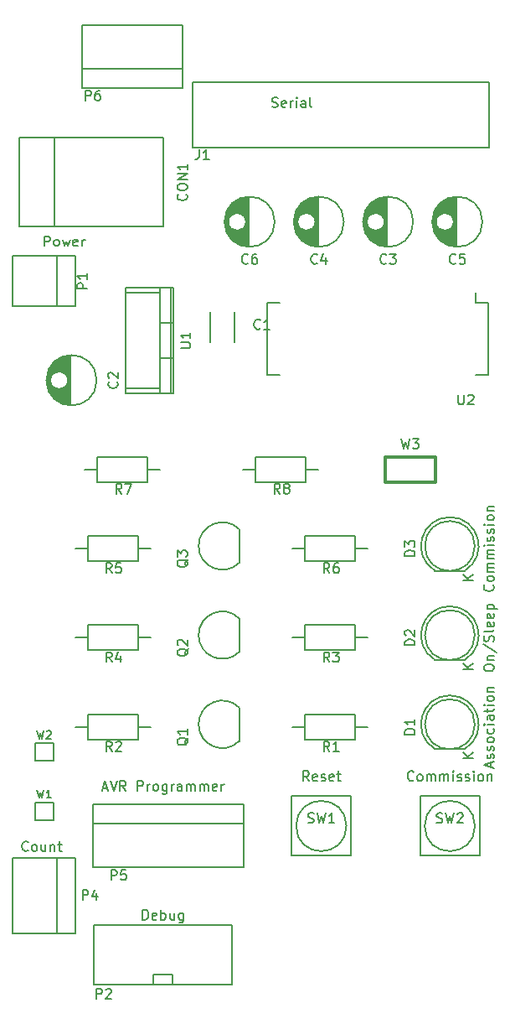
<source format=gbr>
G04 #@! TF.FileFunction,Legend,Top*
%FSLAX46Y46*%
G04 Gerber Fmt 4.6, Leading zero omitted, Abs format (unit mm)*
G04 Created by KiCad (PCBNEW 4.1.0-alpha+201606170817+6938~45~ubuntu14.04.1-product) date Sat Jun 18 18:20:26 2016*
%MOMM*%
%LPD*%
G01*
G04 APERTURE LIST*
%ADD10C,0.100000*%
%ADD11C,0.200000*%
%ADD12C,0.150000*%
%ADD13C,0.304800*%
G04 APERTURE END LIST*
D10*
D11*
X198166666Y-125047619D02*
X198166666Y-124571428D01*
X198452380Y-125142857D02*
X197452380Y-124809523D01*
X198452380Y-124476190D01*
X198404761Y-124190476D02*
X198452380Y-124095238D01*
X198452380Y-123904761D01*
X198404761Y-123809523D01*
X198309523Y-123761904D01*
X198261904Y-123761904D01*
X198166666Y-123809523D01*
X198119047Y-123904761D01*
X198119047Y-124047619D01*
X198071428Y-124142857D01*
X197976190Y-124190476D01*
X197928571Y-124190476D01*
X197833333Y-124142857D01*
X197785714Y-124047619D01*
X197785714Y-123904761D01*
X197833333Y-123809523D01*
X198404761Y-123380952D02*
X198452380Y-123285714D01*
X198452380Y-123095238D01*
X198404761Y-123000000D01*
X198309523Y-122952380D01*
X198261904Y-122952380D01*
X198166666Y-123000000D01*
X198119047Y-123095238D01*
X198119047Y-123238095D01*
X198071428Y-123333333D01*
X197976190Y-123380952D01*
X197928571Y-123380952D01*
X197833333Y-123333333D01*
X197785714Y-123238095D01*
X197785714Y-123095238D01*
X197833333Y-123000000D01*
X198452380Y-122380952D02*
X198404761Y-122476190D01*
X198357142Y-122523809D01*
X198261904Y-122571428D01*
X197976190Y-122571428D01*
X197880952Y-122523809D01*
X197833333Y-122476190D01*
X197785714Y-122380952D01*
X197785714Y-122238095D01*
X197833333Y-122142857D01*
X197880952Y-122095238D01*
X197976190Y-122047619D01*
X198261904Y-122047619D01*
X198357142Y-122095238D01*
X198404761Y-122142857D01*
X198452380Y-122238095D01*
X198452380Y-122380952D01*
X198404761Y-121190476D02*
X198452380Y-121285714D01*
X198452380Y-121476190D01*
X198404761Y-121571428D01*
X198357142Y-121619047D01*
X198261904Y-121666666D01*
X197976190Y-121666666D01*
X197880952Y-121619047D01*
X197833333Y-121571428D01*
X197785714Y-121476190D01*
X197785714Y-121285714D01*
X197833333Y-121190476D01*
X198452380Y-120761904D02*
X197785714Y-120761904D01*
X197452380Y-120761904D02*
X197500000Y-120809523D01*
X197547619Y-120761904D01*
X197500000Y-120714285D01*
X197452380Y-120761904D01*
X197547619Y-120761904D01*
X198452380Y-119857142D02*
X197928571Y-119857142D01*
X197833333Y-119904761D01*
X197785714Y-120000000D01*
X197785714Y-120190476D01*
X197833333Y-120285714D01*
X198404761Y-119857142D02*
X198452380Y-119952380D01*
X198452380Y-120190476D01*
X198404761Y-120285714D01*
X198309523Y-120333333D01*
X198214285Y-120333333D01*
X198119047Y-120285714D01*
X198071428Y-120190476D01*
X198071428Y-119952380D01*
X198023809Y-119857142D01*
X197785714Y-119523809D02*
X197785714Y-119142857D01*
X197452380Y-119380952D02*
X198309523Y-119380952D01*
X198404761Y-119333333D01*
X198452380Y-119238095D01*
X198452380Y-119142857D01*
X198452380Y-118809523D02*
X197785714Y-118809523D01*
X197452380Y-118809523D02*
X197500000Y-118857142D01*
X197547619Y-118809523D01*
X197500000Y-118761904D01*
X197452380Y-118809523D01*
X197547619Y-118809523D01*
X198452380Y-118190476D02*
X198404761Y-118285714D01*
X198357142Y-118333333D01*
X198261904Y-118380952D01*
X197976190Y-118380952D01*
X197880952Y-118333333D01*
X197833333Y-118285714D01*
X197785714Y-118190476D01*
X197785714Y-118047619D01*
X197833333Y-117952380D01*
X197880952Y-117904761D01*
X197976190Y-117857142D01*
X198261904Y-117857142D01*
X198357142Y-117904761D01*
X198404761Y-117952380D01*
X198452380Y-118047619D01*
X198452380Y-118190476D01*
X197785714Y-117428571D02*
X198452380Y-117428571D01*
X197880952Y-117428571D02*
X197833333Y-117380952D01*
X197785714Y-117285714D01*
X197785714Y-117142857D01*
X197833333Y-117047619D01*
X197928571Y-117000000D01*
X198452380Y-117000000D01*
X197452380Y-115119047D02*
X197452380Y-114928571D01*
X197500000Y-114833333D01*
X197595238Y-114738095D01*
X197785714Y-114690476D01*
X198119047Y-114690476D01*
X198309523Y-114738095D01*
X198404761Y-114833333D01*
X198452380Y-114928571D01*
X198452380Y-115119047D01*
X198404761Y-115214285D01*
X198309523Y-115309523D01*
X198119047Y-115357142D01*
X197785714Y-115357142D01*
X197595238Y-115309523D01*
X197500000Y-115214285D01*
X197452380Y-115119047D01*
X197785714Y-114261904D02*
X198452380Y-114261904D01*
X197880952Y-114261904D02*
X197833333Y-114214285D01*
X197785714Y-114119047D01*
X197785714Y-113976190D01*
X197833333Y-113880952D01*
X197928571Y-113833333D01*
X198452380Y-113833333D01*
X197404761Y-112642857D02*
X198690476Y-113500000D01*
X198404761Y-112357142D02*
X198452380Y-112214285D01*
X198452380Y-111976190D01*
X198404761Y-111880952D01*
X198357142Y-111833333D01*
X198261904Y-111785714D01*
X198166666Y-111785714D01*
X198071428Y-111833333D01*
X198023809Y-111880952D01*
X197976190Y-111976190D01*
X197928571Y-112166666D01*
X197880952Y-112261904D01*
X197833333Y-112309523D01*
X197738095Y-112357142D01*
X197642857Y-112357142D01*
X197547619Y-112309523D01*
X197500000Y-112261904D01*
X197452380Y-112166666D01*
X197452380Y-111928571D01*
X197500000Y-111785714D01*
X198452380Y-111214285D02*
X198404761Y-111309523D01*
X198309523Y-111357142D01*
X197452380Y-111357142D01*
X198404761Y-110452380D02*
X198452380Y-110547619D01*
X198452380Y-110738095D01*
X198404761Y-110833333D01*
X198309523Y-110880952D01*
X197928571Y-110880952D01*
X197833333Y-110833333D01*
X197785714Y-110738095D01*
X197785714Y-110547619D01*
X197833333Y-110452380D01*
X197928571Y-110404761D01*
X198023809Y-110404761D01*
X198119047Y-110880952D01*
X198404761Y-109595238D02*
X198452380Y-109690476D01*
X198452380Y-109880952D01*
X198404761Y-109976190D01*
X198309523Y-110023809D01*
X197928571Y-110023809D01*
X197833333Y-109976190D01*
X197785714Y-109880952D01*
X197785714Y-109690476D01*
X197833333Y-109595238D01*
X197928571Y-109547619D01*
X198023809Y-109547619D01*
X198119047Y-110023809D01*
X197785714Y-109119047D02*
X198785714Y-109119047D01*
X197833333Y-109119047D02*
X197785714Y-109023809D01*
X197785714Y-108833333D01*
X197833333Y-108738095D01*
X197880952Y-108690476D01*
X197976190Y-108642857D01*
X198261904Y-108642857D01*
X198357142Y-108690476D01*
X198404761Y-108738095D01*
X198452380Y-108833333D01*
X198452380Y-109023809D01*
X198404761Y-109119047D01*
X198357142Y-106666666D02*
X198404761Y-106714285D01*
X198452380Y-106857142D01*
X198452380Y-106952380D01*
X198404761Y-107095238D01*
X198309523Y-107190476D01*
X198214285Y-107238095D01*
X198023809Y-107285714D01*
X197880952Y-107285714D01*
X197690476Y-107238095D01*
X197595238Y-107190476D01*
X197500000Y-107095238D01*
X197452380Y-106952380D01*
X197452380Y-106857142D01*
X197500000Y-106714285D01*
X197547619Y-106666666D01*
X198452380Y-106095238D02*
X198404761Y-106190476D01*
X198357142Y-106238095D01*
X198261904Y-106285714D01*
X197976190Y-106285714D01*
X197880952Y-106238095D01*
X197833333Y-106190476D01*
X197785714Y-106095238D01*
X197785714Y-105952380D01*
X197833333Y-105857142D01*
X197880952Y-105809523D01*
X197976190Y-105761904D01*
X198261904Y-105761904D01*
X198357142Y-105809523D01*
X198404761Y-105857142D01*
X198452380Y-105952380D01*
X198452380Y-106095238D01*
X198452380Y-105333333D02*
X197785714Y-105333333D01*
X197880952Y-105333333D02*
X197833333Y-105285714D01*
X197785714Y-105190476D01*
X197785714Y-105047619D01*
X197833333Y-104952380D01*
X197928571Y-104904761D01*
X198452380Y-104904761D01*
X197928571Y-104904761D02*
X197833333Y-104857142D01*
X197785714Y-104761904D01*
X197785714Y-104619047D01*
X197833333Y-104523809D01*
X197928571Y-104476190D01*
X198452380Y-104476190D01*
X198452380Y-104000000D02*
X197785714Y-104000000D01*
X197880952Y-104000000D02*
X197833333Y-103952380D01*
X197785714Y-103857142D01*
X197785714Y-103714285D01*
X197833333Y-103619047D01*
X197928571Y-103571428D01*
X198452380Y-103571428D01*
X197928571Y-103571428D02*
X197833333Y-103523809D01*
X197785714Y-103428571D01*
X197785714Y-103285714D01*
X197833333Y-103190476D01*
X197928571Y-103142857D01*
X198452380Y-103142857D01*
X198452380Y-102666666D02*
X197785714Y-102666666D01*
X197452380Y-102666666D02*
X197500000Y-102714285D01*
X197547619Y-102666666D01*
X197500000Y-102619047D01*
X197452380Y-102666666D01*
X197547619Y-102666666D01*
X198404761Y-102238095D02*
X198452380Y-102142857D01*
X198452380Y-101952380D01*
X198404761Y-101857142D01*
X198309523Y-101809523D01*
X198261904Y-101809523D01*
X198166666Y-101857142D01*
X198119047Y-101952380D01*
X198119047Y-102095238D01*
X198071428Y-102190476D01*
X197976190Y-102238095D01*
X197928571Y-102238095D01*
X197833333Y-102190476D01*
X197785714Y-102095238D01*
X197785714Y-101952380D01*
X197833333Y-101857142D01*
X198404761Y-101428571D02*
X198452380Y-101333333D01*
X198452380Y-101142857D01*
X198404761Y-101047619D01*
X198309523Y-101000000D01*
X198261904Y-101000000D01*
X198166666Y-101047619D01*
X198119047Y-101142857D01*
X198119047Y-101285714D01*
X198071428Y-101380952D01*
X197976190Y-101428571D01*
X197928571Y-101428571D01*
X197833333Y-101380952D01*
X197785714Y-101285714D01*
X197785714Y-101142857D01*
X197833333Y-101047619D01*
X198452380Y-100571428D02*
X197785714Y-100571428D01*
X197452380Y-100571428D02*
X197500000Y-100619047D01*
X197547619Y-100571428D01*
X197500000Y-100523809D01*
X197452380Y-100571428D01*
X197547619Y-100571428D01*
X198452380Y-99952380D02*
X198404761Y-100047619D01*
X198357142Y-100095238D01*
X198261904Y-100142857D01*
X197976190Y-100142857D01*
X197880952Y-100095238D01*
X197833333Y-100047619D01*
X197785714Y-99952380D01*
X197785714Y-99809523D01*
X197833333Y-99714285D01*
X197880952Y-99666666D01*
X197976190Y-99619047D01*
X198261904Y-99619047D01*
X198357142Y-99666666D01*
X198404761Y-99714285D01*
X198452380Y-99809523D01*
X198452380Y-99952380D01*
X197785714Y-99190476D02*
X198452380Y-99190476D01*
X197880952Y-99190476D02*
X197833333Y-99142857D01*
X197785714Y-99047619D01*
X197785714Y-98904761D01*
X197833333Y-98809523D01*
X197928571Y-98761904D01*
X198452380Y-98761904D01*
X151366666Y-133457142D02*
X151319047Y-133504761D01*
X151176190Y-133552380D01*
X151080952Y-133552380D01*
X150938095Y-133504761D01*
X150842857Y-133409523D01*
X150795238Y-133314285D01*
X150747619Y-133123809D01*
X150747619Y-132980952D01*
X150795238Y-132790476D01*
X150842857Y-132695238D01*
X150938095Y-132600000D01*
X151080952Y-132552380D01*
X151176190Y-132552380D01*
X151319047Y-132600000D01*
X151366666Y-132647619D01*
X151938095Y-133552380D02*
X151842857Y-133504761D01*
X151795238Y-133457142D01*
X151747619Y-133361904D01*
X151747619Y-133076190D01*
X151795238Y-132980952D01*
X151842857Y-132933333D01*
X151938095Y-132885714D01*
X152080952Y-132885714D01*
X152176190Y-132933333D01*
X152223809Y-132980952D01*
X152271428Y-133076190D01*
X152271428Y-133361904D01*
X152223809Y-133457142D01*
X152176190Y-133504761D01*
X152080952Y-133552380D01*
X151938095Y-133552380D01*
X153128571Y-132885714D02*
X153128571Y-133552380D01*
X152700000Y-132885714D02*
X152700000Y-133409523D01*
X152747619Y-133504761D01*
X152842857Y-133552380D01*
X152985714Y-133552380D01*
X153080952Y-133504761D01*
X153128571Y-133457142D01*
X153604761Y-132885714D02*
X153604761Y-133552380D01*
X153604761Y-132980952D02*
X153652380Y-132933333D01*
X153747619Y-132885714D01*
X153890476Y-132885714D01*
X153985714Y-132933333D01*
X154033333Y-133028571D01*
X154033333Y-133552380D01*
X154366666Y-132885714D02*
X154747619Y-132885714D01*
X154509523Y-132552380D02*
X154509523Y-133409523D01*
X154557142Y-133504761D01*
X154652380Y-133552380D01*
X154747619Y-133552380D01*
X179761904Y-126452380D02*
X179428571Y-125976190D01*
X179190476Y-126452380D02*
X179190476Y-125452380D01*
X179571428Y-125452380D01*
X179666666Y-125500000D01*
X179714285Y-125547619D01*
X179761904Y-125642857D01*
X179761904Y-125785714D01*
X179714285Y-125880952D01*
X179666666Y-125928571D01*
X179571428Y-125976190D01*
X179190476Y-125976190D01*
X180571428Y-126404761D02*
X180476190Y-126452380D01*
X180285714Y-126452380D01*
X180190476Y-126404761D01*
X180142857Y-126309523D01*
X180142857Y-125928571D01*
X180190476Y-125833333D01*
X180285714Y-125785714D01*
X180476190Y-125785714D01*
X180571428Y-125833333D01*
X180619047Y-125928571D01*
X180619047Y-126023809D01*
X180142857Y-126119047D01*
X181000000Y-126404761D02*
X181095238Y-126452380D01*
X181285714Y-126452380D01*
X181380952Y-126404761D01*
X181428571Y-126309523D01*
X181428571Y-126261904D01*
X181380952Y-126166666D01*
X181285714Y-126119047D01*
X181142857Y-126119047D01*
X181047619Y-126071428D01*
X181000000Y-125976190D01*
X181000000Y-125928571D01*
X181047619Y-125833333D01*
X181142857Y-125785714D01*
X181285714Y-125785714D01*
X181380952Y-125833333D01*
X182238095Y-126404761D02*
X182142857Y-126452380D01*
X181952380Y-126452380D01*
X181857142Y-126404761D01*
X181809523Y-126309523D01*
X181809523Y-125928571D01*
X181857142Y-125833333D01*
X181952380Y-125785714D01*
X182142857Y-125785714D01*
X182238095Y-125833333D01*
X182285714Y-125928571D01*
X182285714Y-126023809D01*
X181809523Y-126119047D01*
X182571428Y-125785714D02*
X182952380Y-125785714D01*
X182714285Y-125452380D02*
X182714285Y-126309523D01*
X182761904Y-126404761D01*
X182857142Y-126452380D01*
X182952380Y-126452380D01*
X190333333Y-126357142D02*
X190285714Y-126404761D01*
X190142857Y-126452380D01*
X190047619Y-126452380D01*
X189904761Y-126404761D01*
X189809523Y-126309523D01*
X189761904Y-126214285D01*
X189714285Y-126023809D01*
X189714285Y-125880952D01*
X189761904Y-125690476D01*
X189809523Y-125595238D01*
X189904761Y-125500000D01*
X190047619Y-125452380D01*
X190142857Y-125452380D01*
X190285714Y-125500000D01*
X190333333Y-125547619D01*
X190904761Y-126452380D02*
X190809523Y-126404761D01*
X190761904Y-126357142D01*
X190714285Y-126261904D01*
X190714285Y-125976190D01*
X190761904Y-125880952D01*
X190809523Y-125833333D01*
X190904761Y-125785714D01*
X191047619Y-125785714D01*
X191142857Y-125833333D01*
X191190476Y-125880952D01*
X191238095Y-125976190D01*
X191238095Y-126261904D01*
X191190476Y-126357142D01*
X191142857Y-126404761D01*
X191047619Y-126452380D01*
X190904761Y-126452380D01*
X191666666Y-126452380D02*
X191666666Y-125785714D01*
X191666666Y-125880952D02*
X191714285Y-125833333D01*
X191809523Y-125785714D01*
X191952380Y-125785714D01*
X192047619Y-125833333D01*
X192095238Y-125928571D01*
X192095238Y-126452380D01*
X192095238Y-125928571D02*
X192142857Y-125833333D01*
X192238095Y-125785714D01*
X192380952Y-125785714D01*
X192476190Y-125833333D01*
X192523809Y-125928571D01*
X192523809Y-126452380D01*
X193000000Y-126452380D02*
X193000000Y-125785714D01*
X193000000Y-125880952D02*
X193047619Y-125833333D01*
X193142857Y-125785714D01*
X193285714Y-125785714D01*
X193380952Y-125833333D01*
X193428571Y-125928571D01*
X193428571Y-126452380D01*
X193428571Y-125928571D02*
X193476190Y-125833333D01*
X193571428Y-125785714D01*
X193714285Y-125785714D01*
X193809523Y-125833333D01*
X193857142Y-125928571D01*
X193857142Y-126452380D01*
X194333333Y-126452380D02*
X194333333Y-125785714D01*
X194333333Y-125452380D02*
X194285714Y-125500000D01*
X194333333Y-125547619D01*
X194380952Y-125500000D01*
X194333333Y-125452380D01*
X194333333Y-125547619D01*
X194761904Y-126404761D02*
X194857142Y-126452380D01*
X195047619Y-126452380D01*
X195142857Y-126404761D01*
X195190476Y-126309523D01*
X195190476Y-126261904D01*
X195142857Y-126166666D01*
X195047619Y-126119047D01*
X194904761Y-126119047D01*
X194809523Y-126071428D01*
X194761904Y-125976190D01*
X194761904Y-125928571D01*
X194809523Y-125833333D01*
X194904761Y-125785714D01*
X195047619Y-125785714D01*
X195142857Y-125833333D01*
X195571428Y-126404761D02*
X195666666Y-126452380D01*
X195857142Y-126452380D01*
X195952380Y-126404761D01*
X196000000Y-126309523D01*
X196000000Y-126261904D01*
X195952380Y-126166666D01*
X195857142Y-126119047D01*
X195714285Y-126119047D01*
X195619047Y-126071428D01*
X195571428Y-125976190D01*
X195571428Y-125928571D01*
X195619047Y-125833333D01*
X195714285Y-125785714D01*
X195857142Y-125785714D01*
X195952380Y-125833333D01*
X196428571Y-126452380D02*
X196428571Y-125785714D01*
X196428571Y-125452380D02*
X196380952Y-125500000D01*
X196428571Y-125547619D01*
X196476190Y-125500000D01*
X196428571Y-125452380D01*
X196428571Y-125547619D01*
X197047619Y-126452380D02*
X196952380Y-126404761D01*
X196904761Y-126357142D01*
X196857142Y-126261904D01*
X196857142Y-125976190D01*
X196904761Y-125880952D01*
X196952380Y-125833333D01*
X197047619Y-125785714D01*
X197190476Y-125785714D01*
X197285714Y-125833333D01*
X197333333Y-125880952D01*
X197380952Y-125976190D01*
X197380952Y-126261904D01*
X197333333Y-126357142D01*
X197285714Y-126404761D01*
X197190476Y-126452380D01*
X197047619Y-126452380D01*
X197809523Y-125785714D02*
X197809523Y-126452380D01*
X197809523Y-125880952D02*
X197857142Y-125833333D01*
X197952380Y-125785714D01*
X198095238Y-125785714D01*
X198190476Y-125833333D01*
X198238095Y-125928571D01*
X198238095Y-126452380D01*
X158904761Y-127166666D02*
X159380952Y-127166666D01*
X158809523Y-127452380D02*
X159142857Y-126452380D01*
X159476190Y-127452380D01*
X159666666Y-126452380D02*
X160000000Y-127452380D01*
X160333333Y-126452380D01*
X161238095Y-127452380D02*
X160904761Y-126976190D01*
X160666666Y-127452380D02*
X160666666Y-126452380D01*
X161047619Y-126452380D01*
X161142857Y-126500000D01*
X161190476Y-126547619D01*
X161238095Y-126642857D01*
X161238095Y-126785714D01*
X161190476Y-126880952D01*
X161142857Y-126928571D01*
X161047619Y-126976190D01*
X160666666Y-126976190D01*
X162428571Y-127452380D02*
X162428571Y-126452380D01*
X162809523Y-126452380D01*
X162904761Y-126500000D01*
X162952380Y-126547619D01*
X163000000Y-126642857D01*
X163000000Y-126785714D01*
X162952380Y-126880952D01*
X162904761Y-126928571D01*
X162809523Y-126976190D01*
X162428571Y-126976190D01*
X163428571Y-127452380D02*
X163428571Y-126785714D01*
X163428571Y-126976190D02*
X163476190Y-126880952D01*
X163523809Y-126833333D01*
X163619047Y-126785714D01*
X163714285Y-126785714D01*
X164190476Y-127452380D02*
X164095238Y-127404761D01*
X164047619Y-127357142D01*
X164000000Y-127261904D01*
X164000000Y-126976190D01*
X164047619Y-126880952D01*
X164095238Y-126833333D01*
X164190476Y-126785714D01*
X164333333Y-126785714D01*
X164428571Y-126833333D01*
X164476190Y-126880952D01*
X164523809Y-126976190D01*
X164523809Y-127261904D01*
X164476190Y-127357142D01*
X164428571Y-127404761D01*
X164333333Y-127452380D01*
X164190476Y-127452380D01*
X165380952Y-126785714D02*
X165380952Y-127595238D01*
X165333333Y-127690476D01*
X165285714Y-127738095D01*
X165190476Y-127785714D01*
X165047619Y-127785714D01*
X164952380Y-127738095D01*
X165380952Y-127404761D02*
X165285714Y-127452380D01*
X165095238Y-127452380D01*
X165000000Y-127404761D01*
X164952380Y-127357142D01*
X164904761Y-127261904D01*
X164904761Y-126976190D01*
X164952380Y-126880952D01*
X165000000Y-126833333D01*
X165095238Y-126785714D01*
X165285714Y-126785714D01*
X165380952Y-126833333D01*
X165857142Y-127452380D02*
X165857142Y-126785714D01*
X165857142Y-126976190D02*
X165904761Y-126880952D01*
X165952380Y-126833333D01*
X166047619Y-126785714D01*
X166142857Y-126785714D01*
X166904761Y-127452380D02*
X166904761Y-126928571D01*
X166857142Y-126833333D01*
X166761904Y-126785714D01*
X166571428Y-126785714D01*
X166476190Y-126833333D01*
X166904761Y-127404761D02*
X166809523Y-127452380D01*
X166571428Y-127452380D01*
X166476190Y-127404761D01*
X166428571Y-127309523D01*
X166428571Y-127214285D01*
X166476190Y-127119047D01*
X166571428Y-127071428D01*
X166809523Y-127071428D01*
X166904761Y-127023809D01*
X167380952Y-127452380D02*
X167380952Y-126785714D01*
X167380952Y-126880952D02*
X167428571Y-126833333D01*
X167523809Y-126785714D01*
X167666666Y-126785714D01*
X167761904Y-126833333D01*
X167809523Y-126928571D01*
X167809523Y-127452380D01*
X167809523Y-126928571D02*
X167857142Y-126833333D01*
X167952380Y-126785714D01*
X168095238Y-126785714D01*
X168190476Y-126833333D01*
X168238095Y-126928571D01*
X168238095Y-127452380D01*
X168714285Y-127452380D02*
X168714285Y-126785714D01*
X168714285Y-126880952D02*
X168761904Y-126833333D01*
X168857142Y-126785714D01*
X169000000Y-126785714D01*
X169095238Y-126833333D01*
X169142857Y-126928571D01*
X169142857Y-127452380D01*
X169142857Y-126928571D02*
X169190476Y-126833333D01*
X169285714Y-126785714D01*
X169428571Y-126785714D01*
X169523809Y-126833333D01*
X169571428Y-126928571D01*
X169571428Y-127452380D01*
X170428571Y-127404761D02*
X170333333Y-127452380D01*
X170142857Y-127452380D01*
X170047619Y-127404761D01*
X170000000Y-127309523D01*
X170000000Y-126928571D01*
X170047619Y-126833333D01*
X170142857Y-126785714D01*
X170333333Y-126785714D01*
X170428571Y-126833333D01*
X170476190Y-126928571D01*
X170476190Y-127023809D01*
X170000000Y-127119047D01*
X170904761Y-127452380D02*
X170904761Y-126785714D01*
X170904761Y-126976190D02*
X170952380Y-126880952D01*
X171000000Y-126833333D01*
X171095238Y-126785714D01*
X171190476Y-126785714D01*
X176023809Y-58404761D02*
X176166666Y-58452380D01*
X176404761Y-58452380D01*
X176500000Y-58404761D01*
X176547619Y-58357142D01*
X176595238Y-58261904D01*
X176595238Y-58166666D01*
X176547619Y-58071428D01*
X176500000Y-58023809D01*
X176404761Y-57976190D01*
X176214285Y-57928571D01*
X176119047Y-57880952D01*
X176071428Y-57833333D01*
X176023809Y-57738095D01*
X176023809Y-57642857D01*
X176071428Y-57547619D01*
X176119047Y-57500000D01*
X176214285Y-57452380D01*
X176452380Y-57452380D01*
X176595238Y-57500000D01*
X177404761Y-58404761D02*
X177309523Y-58452380D01*
X177119047Y-58452380D01*
X177023809Y-58404761D01*
X176976190Y-58309523D01*
X176976190Y-57928571D01*
X177023809Y-57833333D01*
X177119047Y-57785714D01*
X177309523Y-57785714D01*
X177404761Y-57833333D01*
X177452380Y-57928571D01*
X177452380Y-58023809D01*
X176976190Y-58119047D01*
X177880952Y-58452380D02*
X177880952Y-57785714D01*
X177880952Y-57976190D02*
X177928571Y-57880952D01*
X177976190Y-57833333D01*
X178071428Y-57785714D01*
X178166666Y-57785714D01*
X178500000Y-58452380D02*
X178500000Y-57785714D01*
X178500000Y-57452380D02*
X178452380Y-57500000D01*
X178500000Y-57547619D01*
X178547619Y-57500000D01*
X178500000Y-57452380D01*
X178500000Y-57547619D01*
X179404761Y-58452380D02*
X179404761Y-57928571D01*
X179357142Y-57833333D01*
X179261904Y-57785714D01*
X179071428Y-57785714D01*
X178976190Y-57833333D01*
X179404761Y-58404761D02*
X179309523Y-58452380D01*
X179071428Y-58452380D01*
X178976190Y-58404761D01*
X178928571Y-58309523D01*
X178928571Y-58214285D01*
X178976190Y-58119047D01*
X179071428Y-58071428D01*
X179309523Y-58071428D01*
X179404761Y-58023809D01*
X180023809Y-58452380D02*
X179928571Y-58404761D01*
X179880952Y-58309523D01*
X179880952Y-57452380D01*
X153023809Y-72452380D02*
X153023809Y-71452380D01*
X153404761Y-71452380D01*
X153500000Y-71500000D01*
X153547619Y-71547619D01*
X153595238Y-71642857D01*
X153595238Y-71785714D01*
X153547619Y-71880952D01*
X153500000Y-71928571D01*
X153404761Y-71976190D01*
X153023809Y-71976190D01*
X154166666Y-72452380D02*
X154071428Y-72404761D01*
X154023809Y-72357142D01*
X153976190Y-72261904D01*
X153976190Y-71976190D01*
X154023809Y-71880952D01*
X154071428Y-71833333D01*
X154166666Y-71785714D01*
X154309523Y-71785714D01*
X154404761Y-71833333D01*
X154452380Y-71880952D01*
X154500000Y-71976190D01*
X154500000Y-72261904D01*
X154452380Y-72357142D01*
X154404761Y-72404761D01*
X154309523Y-72452380D01*
X154166666Y-72452380D01*
X154833333Y-71785714D02*
X155023809Y-72452380D01*
X155214285Y-71976190D01*
X155404761Y-72452380D01*
X155595238Y-71785714D01*
X156357142Y-72404761D02*
X156261904Y-72452380D01*
X156071428Y-72452380D01*
X155976190Y-72404761D01*
X155928571Y-72309523D01*
X155928571Y-71928571D01*
X155976190Y-71833333D01*
X156071428Y-71785714D01*
X156261904Y-71785714D01*
X156357142Y-71833333D01*
X156404761Y-71928571D01*
X156404761Y-72023809D01*
X155928571Y-72119047D01*
X156833333Y-72452380D02*
X156833333Y-71785714D01*
X156833333Y-71976190D02*
X156880952Y-71880952D01*
X156928571Y-71833333D01*
X157023809Y-71785714D01*
X157119047Y-71785714D01*
D12*
X172250000Y-79150000D02*
X172250000Y-82150000D01*
X169750000Y-82150000D02*
X169750000Y-79150000D01*
X155675000Y-88499000D02*
X155675000Y-83501000D01*
X155535000Y-88491000D02*
X155535000Y-83509000D01*
X155395000Y-88475000D02*
X155395000Y-86095000D01*
X155395000Y-85905000D02*
X155395000Y-83525000D01*
X155255000Y-88451000D02*
X155255000Y-86490000D01*
X155255000Y-85510000D02*
X155255000Y-83549000D01*
X155115000Y-88418000D02*
X155115000Y-86657000D01*
X155115000Y-85343000D02*
X155115000Y-83582000D01*
X154975000Y-88377000D02*
X154975000Y-86764000D01*
X154975000Y-85236000D02*
X154975000Y-83623000D01*
X154835000Y-88327000D02*
X154835000Y-86835000D01*
X154835000Y-85165000D02*
X154835000Y-83673000D01*
X154695000Y-88266000D02*
X154695000Y-86879000D01*
X154695000Y-85121000D02*
X154695000Y-83734000D01*
X154555000Y-88196000D02*
X154555000Y-86898000D01*
X154555000Y-85102000D02*
X154555000Y-83804000D01*
X154415000Y-88114000D02*
X154415000Y-86896000D01*
X154415000Y-85104000D02*
X154415000Y-83886000D01*
X154275000Y-88019000D02*
X154275000Y-86871000D01*
X154275000Y-85129000D02*
X154275000Y-83981000D01*
X154135000Y-87908000D02*
X154135000Y-86823000D01*
X154135000Y-85177000D02*
X154135000Y-84092000D01*
X153995000Y-87780000D02*
X153995000Y-86745000D01*
X153995000Y-85255000D02*
X153995000Y-84220000D01*
X153855000Y-87631000D02*
X153855000Y-86628000D01*
X153855000Y-85372000D02*
X153855000Y-84369000D01*
X153715000Y-87452000D02*
X153715000Y-86440000D01*
X153715000Y-85560000D02*
X153715000Y-84548000D01*
X153575000Y-87233000D02*
X153575000Y-84767000D01*
X153435000Y-86944000D02*
X153435000Y-85056000D01*
X153295000Y-86472000D02*
X153295000Y-85528000D01*
X155400000Y-86000000D02*
G75*
G03X155400000Y-86000000I-900000J0D01*
G01*
X158287500Y-86000000D02*
G75*
G03X158287500Y-86000000I-2537500J0D01*
G01*
X187675000Y-72499000D02*
X187675000Y-67501000D01*
X187535000Y-72491000D02*
X187535000Y-67509000D01*
X187395000Y-72475000D02*
X187395000Y-70095000D01*
X187395000Y-69905000D02*
X187395000Y-67525000D01*
X187255000Y-72451000D02*
X187255000Y-70490000D01*
X187255000Y-69510000D02*
X187255000Y-67549000D01*
X187115000Y-72418000D02*
X187115000Y-70657000D01*
X187115000Y-69343000D02*
X187115000Y-67582000D01*
X186975000Y-72377000D02*
X186975000Y-70764000D01*
X186975000Y-69236000D02*
X186975000Y-67623000D01*
X186835000Y-72327000D02*
X186835000Y-70835000D01*
X186835000Y-69165000D02*
X186835000Y-67673000D01*
X186695000Y-72266000D02*
X186695000Y-70879000D01*
X186695000Y-69121000D02*
X186695000Y-67734000D01*
X186555000Y-72196000D02*
X186555000Y-70898000D01*
X186555000Y-69102000D02*
X186555000Y-67804000D01*
X186415000Y-72114000D02*
X186415000Y-70896000D01*
X186415000Y-69104000D02*
X186415000Y-67886000D01*
X186275000Y-72019000D02*
X186275000Y-70871000D01*
X186275000Y-69129000D02*
X186275000Y-67981000D01*
X186135000Y-71908000D02*
X186135000Y-70823000D01*
X186135000Y-69177000D02*
X186135000Y-68092000D01*
X185995000Y-71780000D02*
X185995000Y-70745000D01*
X185995000Y-69255000D02*
X185995000Y-68220000D01*
X185855000Y-71631000D02*
X185855000Y-70628000D01*
X185855000Y-69372000D02*
X185855000Y-68369000D01*
X185715000Y-71452000D02*
X185715000Y-70440000D01*
X185715000Y-69560000D02*
X185715000Y-68548000D01*
X185575000Y-71233000D02*
X185575000Y-68767000D01*
X185435000Y-70944000D02*
X185435000Y-69056000D01*
X185295000Y-70472000D02*
X185295000Y-69528000D01*
X187400000Y-70000000D02*
G75*
G03X187400000Y-70000000I-900000J0D01*
G01*
X190287500Y-70000000D02*
G75*
G03X190287500Y-70000000I-2537500J0D01*
G01*
X180675000Y-72499000D02*
X180675000Y-67501000D01*
X180535000Y-72491000D02*
X180535000Y-67509000D01*
X180395000Y-72475000D02*
X180395000Y-70095000D01*
X180395000Y-69905000D02*
X180395000Y-67525000D01*
X180255000Y-72451000D02*
X180255000Y-70490000D01*
X180255000Y-69510000D02*
X180255000Y-67549000D01*
X180115000Y-72418000D02*
X180115000Y-70657000D01*
X180115000Y-69343000D02*
X180115000Y-67582000D01*
X179975000Y-72377000D02*
X179975000Y-70764000D01*
X179975000Y-69236000D02*
X179975000Y-67623000D01*
X179835000Y-72327000D02*
X179835000Y-70835000D01*
X179835000Y-69165000D02*
X179835000Y-67673000D01*
X179695000Y-72266000D02*
X179695000Y-70879000D01*
X179695000Y-69121000D02*
X179695000Y-67734000D01*
X179555000Y-72196000D02*
X179555000Y-70898000D01*
X179555000Y-69102000D02*
X179555000Y-67804000D01*
X179415000Y-72114000D02*
X179415000Y-70896000D01*
X179415000Y-69104000D02*
X179415000Y-67886000D01*
X179275000Y-72019000D02*
X179275000Y-70871000D01*
X179275000Y-69129000D02*
X179275000Y-67981000D01*
X179135000Y-71908000D02*
X179135000Y-70823000D01*
X179135000Y-69177000D02*
X179135000Y-68092000D01*
X178995000Y-71780000D02*
X178995000Y-70745000D01*
X178995000Y-69255000D02*
X178995000Y-68220000D01*
X178855000Y-71631000D02*
X178855000Y-70628000D01*
X178855000Y-69372000D02*
X178855000Y-68369000D01*
X178715000Y-71452000D02*
X178715000Y-70440000D01*
X178715000Y-69560000D02*
X178715000Y-68548000D01*
X178575000Y-71233000D02*
X178575000Y-68767000D01*
X178435000Y-70944000D02*
X178435000Y-69056000D01*
X178295000Y-70472000D02*
X178295000Y-69528000D01*
X180400000Y-70000000D02*
G75*
G03X180400000Y-70000000I-900000J0D01*
G01*
X183287500Y-70000000D02*
G75*
G03X183287500Y-70000000I-2537500J0D01*
G01*
X194675000Y-72499000D02*
X194675000Y-67501000D01*
X194535000Y-72491000D02*
X194535000Y-67509000D01*
X194395000Y-72475000D02*
X194395000Y-70095000D01*
X194395000Y-69905000D02*
X194395000Y-67525000D01*
X194255000Y-72451000D02*
X194255000Y-70490000D01*
X194255000Y-69510000D02*
X194255000Y-67549000D01*
X194115000Y-72418000D02*
X194115000Y-70657000D01*
X194115000Y-69343000D02*
X194115000Y-67582000D01*
X193975000Y-72377000D02*
X193975000Y-70764000D01*
X193975000Y-69236000D02*
X193975000Y-67623000D01*
X193835000Y-72327000D02*
X193835000Y-70835000D01*
X193835000Y-69165000D02*
X193835000Y-67673000D01*
X193695000Y-72266000D02*
X193695000Y-70879000D01*
X193695000Y-69121000D02*
X193695000Y-67734000D01*
X193555000Y-72196000D02*
X193555000Y-70898000D01*
X193555000Y-69102000D02*
X193555000Y-67804000D01*
X193415000Y-72114000D02*
X193415000Y-70896000D01*
X193415000Y-69104000D02*
X193415000Y-67886000D01*
X193275000Y-72019000D02*
X193275000Y-70871000D01*
X193275000Y-69129000D02*
X193275000Y-67981000D01*
X193135000Y-71908000D02*
X193135000Y-70823000D01*
X193135000Y-69177000D02*
X193135000Y-68092000D01*
X192995000Y-71780000D02*
X192995000Y-70745000D01*
X192995000Y-69255000D02*
X192995000Y-68220000D01*
X192855000Y-71631000D02*
X192855000Y-70628000D01*
X192855000Y-69372000D02*
X192855000Y-68369000D01*
X192715000Y-71452000D02*
X192715000Y-70440000D01*
X192715000Y-69560000D02*
X192715000Y-68548000D01*
X192575000Y-71233000D02*
X192575000Y-68767000D01*
X192435000Y-70944000D02*
X192435000Y-69056000D01*
X192295000Y-70472000D02*
X192295000Y-69528000D01*
X194400000Y-70000000D02*
G75*
G03X194400000Y-70000000I-900000J0D01*
G01*
X197287500Y-70000000D02*
G75*
G03X197287500Y-70000000I-2537500J0D01*
G01*
X173675000Y-72499000D02*
X173675000Y-67501000D01*
X173535000Y-72491000D02*
X173535000Y-67509000D01*
X173395000Y-72475000D02*
X173395000Y-70095000D01*
X173395000Y-69905000D02*
X173395000Y-67525000D01*
X173255000Y-72451000D02*
X173255000Y-70490000D01*
X173255000Y-69510000D02*
X173255000Y-67549000D01*
X173115000Y-72418000D02*
X173115000Y-70657000D01*
X173115000Y-69343000D02*
X173115000Y-67582000D01*
X172975000Y-72377000D02*
X172975000Y-70764000D01*
X172975000Y-69236000D02*
X172975000Y-67623000D01*
X172835000Y-72327000D02*
X172835000Y-70835000D01*
X172835000Y-69165000D02*
X172835000Y-67673000D01*
X172695000Y-72266000D02*
X172695000Y-70879000D01*
X172695000Y-69121000D02*
X172695000Y-67734000D01*
X172555000Y-72196000D02*
X172555000Y-70898000D01*
X172555000Y-69102000D02*
X172555000Y-67804000D01*
X172415000Y-72114000D02*
X172415000Y-70896000D01*
X172415000Y-69104000D02*
X172415000Y-67886000D01*
X172275000Y-72019000D02*
X172275000Y-70871000D01*
X172275000Y-69129000D02*
X172275000Y-67981000D01*
X172135000Y-71908000D02*
X172135000Y-70823000D01*
X172135000Y-69177000D02*
X172135000Y-68092000D01*
X171995000Y-71780000D02*
X171995000Y-70745000D01*
X171995000Y-69255000D02*
X171995000Y-68220000D01*
X171855000Y-71631000D02*
X171855000Y-70628000D01*
X171855000Y-69372000D02*
X171855000Y-68369000D01*
X171715000Y-71452000D02*
X171715000Y-70440000D01*
X171715000Y-69560000D02*
X171715000Y-68548000D01*
X171575000Y-71233000D02*
X171575000Y-68767000D01*
X171435000Y-70944000D02*
X171435000Y-69056000D01*
X171295000Y-70472000D02*
X171295000Y-69528000D01*
X173400000Y-70000000D02*
G75*
G03X173400000Y-70000000I-900000J0D01*
G01*
X176287500Y-70000000D02*
G75*
G03X176287500Y-70000000I-2537500J0D01*
G01*
X153999500Y-61499120D02*
X153999500Y-70500880D01*
X150499380Y-61499120D02*
X150499380Y-70500880D01*
X150499380Y-70500880D02*
X165000240Y-70500880D01*
X165000240Y-70500880D02*
X165000240Y-61499120D01*
X165000240Y-61499120D02*
X150499380Y-61499120D01*
X195524904Y-123214888D02*
G75*
G03X192500000Y-123230000I-1524904J2484888D01*
G01*
X195500000Y-123230000D02*
X192500000Y-123230000D01*
X196517936Y-120730000D02*
G75*
G03X196517936Y-120730000I-2517936J0D01*
G01*
X195524904Y-114214888D02*
G75*
G03X192500000Y-114230000I-1524904J2484888D01*
G01*
X195500000Y-114230000D02*
X192500000Y-114230000D01*
X196517936Y-111730000D02*
G75*
G03X196517936Y-111730000I-2517936J0D01*
G01*
X195524904Y-105214888D02*
G75*
G03X192500000Y-105230000I-1524904J2484888D01*
G01*
X195500000Y-105230000D02*
X192500000Y-105230000D01*
X196517936Y-102730000D02*
G75*
G03X196517936Y-102730000I-2517936J0D01*
G01*
X154270000Y-78540000D02*
X154270000Y-73460000D01*
X149825000Y-78540000D02*
X149825000Y-73460000D01*
X156175000Y-73460000D02*
X156175000Y-78540000D01*
X156175000Y-73460000D02*
X149825000Y-73460000D01*
X156175000Y-78540000D02*
X149825000Y-78540000D01*
X156175000Y-134190000D02*
X149825000Y-134190000D01*
X156175000Y-141810000D02*
X149825000Y-141810000D01*
X154270000Y-141810000D02*
X154270000Y-134190000D01*
X156175000Y-134190000D02*
X156175000Y-141810000D01*
X149825000Y-141810000D02*
X149825000Y-134190000D01*
X165500000Y-135175000D02*
X173120000Y-135175000D01*
X165500000Y-130730000D02*
X173120000Y-130730000D01*
X165500000Y-128825000D02*
X173120000Y-128825000D01*
X157880000Y-128825000D02*
X157880000Y-135175000D01*
X173120000Y-128825000D02*
X173120000Y-135175000D01*
X165500000Y-130730000D02*
X157880000Y-130730000D01*
X157880000Y-128825000D02*
X165500000Y-128825000D01*
X165500000Y-135175000D02*
X157880000Y-135175000D01*
X166980000Y-50125000D02*
X156820000Y-50125000D01*
X166980000Y-54570000D02*
X156820000Y-54570000D01*
X166980000Y-56475000D02*
X156820000Y-56475000D01*
X166980000Y-56475000D02*
X166980000Y-50125000D01*
X156820000Y-56475000D02*
X156820000Y-50125000D01*
X172700000Y-122430000D02*
X172700000Y-119030000D01*
X172697056Y-122427056D02*
G75*
G02X168600000Y-120730000I-1697056J1697056D01*
G01*
X172697056Y-119032944D02*
G75*
G03X168600000Y-120730000I-1697056J-1697056D01*
G01*
X172700000Y-113430000D02*
X172700000Y-110030000D01*
X172697056Y-113427056D02*
G75*
G02X168600000Y-111730000I-1697056J1697056D01*
G01*
X172697056Y-110032944D02*
G75*
G03X168600000Y-111730000I-1697056J-1697056D01*
G01*
X172700000Y-104430000D02*
X172700000Y-101030000D01*
X172697056Y-104427056D02*
G75*
G02X168600000Y-102730000I-1697056J1697056D01*
G01*
X172697056Y-101032944D02*
G75*
G03X168600000Y-102730000I-1697056J-1697056D01*
G01*
X184460000Y-122270000D02*
X179380000Y-122270000D01*
X179380000Y-122270000D02*
X179380000Y-119730000D01*
X179380000Y-119730000D02*
X184460000Y-119730000D01*
X184460000Y-119730000D02*
X184460000Y-122270000D01*
X184460000Y-121000000D02*
X185730000Y-121000000D01*
X179380000Y-121000000D02*
X178110000Y-121000000D01*
X162460000Y-122270000D02*
X157380000Y-122270000D01*
X157380000Y-122270000D02*
X157380000Y-119730000D01*
X157380000Y-119730000D02*
X162460000Y-119730000D01*
X162460000Y-119730000D02*
X162460000Y-122270000D01*
X162460000Y-121000000D02*
X163730000Y-121000000D01*
X157380000Y-121000000D02*
X156110000Y-121000000D01*
X184460000Y-113270000D02*
X179380000Y-113270000D01*
X179380000Y-113270000D02*
X179380000Y-110730000D01*
X179380000Y-110730000D02*
X184460000Y-110730000D01*
X184460000Y-110730000D02*
X184460000Y-113270000D01*
X184460000Y-112000000D02*
X185730000Y-112000000D01*
X179380000Y-112000000D02*
X178110000Y-112000000D01*
X162460000Y-113270000D02*
X157380000Y-113270000D01*
X157380000Y-113270000D02*
X157380000Y-110730000D01*
X157380000Y-110730000D02*
X162460000Y-110730000D01*
X162460000Y-110730000D02*
X162460000Y-113270000D01*
X162460000Y-112000000D02*
X163730000Y-112000000D01*
X157380000Y-112000000D02*
X156110000Y-112000000D01*
X162460000Y-104270000D02*
X157380000Y-104270000D01*
X157380000Y-104270000D02*
X157380000Y-101730000D01*
X157380000Y-101730000D02*
X162460000Y-101730000D01*
X162460000Y-101730000D02*
X162460000Y-104270000D01*
X162460000Y-103000000D02*
X163730000Y-103000000D01*
X157380000Y-103000000D02*
X156110000Y-103000000D01*
X184460000Y-104270000D02*
X179380000Y-104270000D01*
X179380000Y-104270000D02*
X179380000Y-101730000D01*
X179380000Y-101730000D02*
X184460000Y-101730000D01*
X184460000Y-101730000D02*
X184460000Y-104270000D01*
X184460000Y-103000000D02*
X185730000Y-103000000D01*
X179380000Y-103000000D02*
X178110000Y-103000000D01*
X163460000Y-96270000D02*
X158380000Y-96270000D01*
X158380000Y-96270000D02*
X158380000Y-93730000D01*
X158380000Y-93730000D02*
X163460000Y-93730000D01*
X163460000Y-93730000D02*
X163460000Y-96270000D01*
X163460000Y-95000000D02*
X164730000Y-95000000D01*
X158380000Y-95000000D02*
X157110000Y-95000000D01*
X179460000Y-96270000D02*
X174380000Y-96270000D01*
X174380000Y-96270000D02*
X174380000Y-93730000D01*
X174380000Y-93730000D02*
X179460000Y-93730000D01*
X179460000Y-93730000D02*
X179460000Y-96270000D01*
X179460000Y-95000000D02*
X180730000Y-95000000D01*
X174380000Y-95000000D02*
X173110000Y-95000000D01*
X152100000Y-128600000D02*
X153900000Y-128600000D01*
X153900000Y-128600000D02*
X153900000Y-130400000D01*
X153900000Y-130400000D02*
X152100000Y-130400000D01*
X152100000Y-130400000D02*
X152100000Y-128600000D01*
X152100000Y-122600000D02*
X153900000Y-122600000D01*
X153900000Y-122600000D02*
X153900000Y-124400000D01*
X153900000Y-124400000D02*
X152100000Y-124400000D01*
X152100000Y-124400000D02*
X152100000Y-122600000D01*
D13*
X187460000Y-96270000D02*
X187460000Y-93730000D01*
X187460000Y-93730000D02*
X192540000Y-93730000D01*
X192540000Y-93730000D02*
X192540000Y-96270000D01*
X192540000Y-96270000D02*
X187460000Y-96270000D01*
D12*
X197895000Y-78135000D02*
X196625000Y-78135000D01*
X197895000Y-85485000D02*
X196625000Y-85485000D01*
X175525000Y-85485000D02*
X176795000Y-85485000D01*
X175525000Y-78135000D02*
X176795000Y-78135000D01*
X197895000Y-78135000D02*
X197895000Y-85485000D01*
X175525000Y-78135000D02*
X175525000Y-85485000D01*
X196625000Y-78135000D02*
X196625000Y-77200000D01*
X168014000Y-55948000D02*
X168014000Y-62552000D01*
X168014000Y-62552000D02*
X197986000Y-62552000D01*
X197986000Y-62552000D02*
X197986000Y-55948000D01*
X197986000Y-55948000D02*
X168014000Y-55948000D01*
X164651000Y-86826000D02*
X161222000Y-86826000D01*
X164651000Y-77174000D02*
X161222000Y-77174000D01*
X165794000Y-87334000D02*
X165794000Y-76666000D01*
X164778000Y-83778000D02*
X166048000Y-83778000D01*
X164778000Y-80222000D02*
X166048000Y-80222000D01*
X164651000Y-76666000D02*
X164651000Y-87334000D01*
X161222000Y-87334000D02*
X161222000Y-76666000D01*
X166048000Y-76666000D02*
X161222000Y-76666000D01*
X166048000Y-87334000D02*
X161222000Y-87334000D01*
X166048000Y-87334000D02*
X166048000Y-76666000D01*
X164000000Y-147000000D02*
X164000000Y-146000000D01*
X164000000Y-146000000D02*
X166000000Y-146000000D01*
X166000000Y-146000000D02*
X166000000Y-147000000D01*
X172000000Y-141000000D02*
X172000000Y-147000000D01*
X172000000Y-147000000D02*
X158000000Y-147000000D01*
X158000000Y-147000000D02*
X158000000Y-141000000D01*
X158000000Y-141000000D02*
X172000000Y-141000000D01*
X183540000Y-131000000D02*
G75*
G03X183540000Y-131000000I-2540000J0D01*
G01*
X178000000Y-128000000D02*
X184000000Y-128000000D01*
X184000000Y-128000000D02*
X184000000Y-134000000D01*
X184000000Y-134000000D02*
X178000000Y-134000000D01*
X178000000Y-128000000D02*
X178000000Y-134000000D01*
X196540000Y-131000000D02*
G75*
G03X196540000Y-131000000I-2540000J0D01*
G01*
X191000000Y-128000000D02*
X197000000Y-128000000D01*
X197000000Y-128000000D02*
X197000000Y-134000000D01*
X197000000Y-134000000D02*
X191000000Y-134000000D01*
X191000000Y-128000000D02*
X191000000Y-134000000D01*
X174833333Y-80757142D02*
X174785714Y-80804761D01*
X174642857Y-80852380D01*
X174547619Y-80852380D01*
X174404761Y-80804761D01*
X174309523Y-80709523D01*
X174261904Y-80614285D01*
X174214285Y-80423809D01*
X174214285Y-80280952D01*
X174261904Y-80090476D01*
X174309523Y-79995238D01*
X174404761Y-79900000D01*
X174547619Y-79852380D01*
X174642857Y-79852380D01*
X174785714Y-79900000D01*
X174833333Y-79947619D01*
X175785714Y-80852380D02*
X175214285Y-80852380D01*
X175500000Y-80852380D02*
X175500000Y-79852380D01*
X175404761Y-79995238D01*
X175309523Y-80090476D01*
X175214285Y-80138095D01*
X160357142Y-86166666D02*
X160404761Y-86214285D01*
X160452380Y-86357142D01*
X160452380Y-86452380D01*
X160404761Y-86595238D01*
X160309523Y-86690476D01*
X160214285Y-86738095D01*
X160023809Y-86785714D01*
X159880952Y-86785714D01*
X159690476Y-86738095D01*
X159595238Y-86690476D01*
X159500000Y-86595238D01*
X159452380Y-86452380D01*
X159452380Y-86357142D01*
X159500000Y-86214285D01*
X159547619Y-86166666D01*
X159547619Y-85785714D02*
X159500000Y-85738095D01*
X159452380Y-85642857D01*
X159452380Y-85404761D01*
X159500000Y-85309523D01*
X159547619Y-85261904D01*
X159642857Y-85214285D01*
X159738095Y-85214285D01*
X159880952Y-85261904D01*
X160452380Y-85833333D01*
X160452380Y-85214285D01*
X187583333Y-74157142D02*
X187535714Y-74204761D01*
X187392857Y-74252380D01*
X187297619Y-74252380D01*
X187154761Y-74204761D01*
X187059523Y-74109523D01*
X187011904Y-74014285D01*
X186964285Y-73823809D01*
X186964285Y-73680952D01*
X187011904Y-73490476D01*
X187059523Y-73395238D01*
X187154761Y-73300000D01*
X187297619Y-73252380D01*
X187392857Y-73252380D01*
X187535714Y-73300000D01*
X187583333Y-73347619D01*
X187916666Y-73252380D02*
X188535714Y-73252380D01*
X188202380Y-73633333D01*
X188345238Y-73633333D01*
X188440476Y-73680952D01*
X188488095Y-73728571D01*
X188535714Y-73823809D01*
X188535714Y-74061904D01*
X188488095Y-74157142D01*
X188440476Y-74204761D01*
X188345238Y-74252380D01*
X188059523Y-74252380D01*
X187964285Y-74204761D01*
X187916666Y-74157142D01*
X180583333Y-74157142D02*
X180535714Y-74204761D01*
X180392857Y-74252380D01*
X180297619Y-74252380D01*
X180154761Y-74204761D01*
X180059523Y-74109523D01*
X180011904Y-74014285D01*
X179964285Y-73823809D01*
X179964285Y-73680952D01*
X180011904Y-73490476D01*
X180059523Y-73395238D01*
X180154761Y-73300000D01*
X180297619Y-73252380D01*
X180392857Y-73252380D01*
X180535714Y-73300000D01*
X180583333Y-73347619D01*
X181440476Y-73585714D02*
X181440476Y-74252380D01*
X181202380Y-73204761D02*
X180964285Y-73919047D01*
X181583333Y-73919047D01*
X194583333Y-74157142D02*
X194535714Y-74204761D01*
X194392857Y-74252380D01*
X194297619Y-74252380D01*
X194154761Y-74204761D01*
X194059523Y-74109523D01*
X194011904Y-74014285D01*
X193964285Y-73823809D01*
X193964285Y-73680952D01*
X194011904Y-73490476D01*
X194059523Y-73395238D01*
X194154761Y-73300000D01*
X194297619Y-73252380D01*
X194392857Y-73252380D01*
X194535714Y-73300000D01*
X194583333Y-73347619D01*
X195488095Y-73252380D02*
X195011904Y-73252380D01*
X194964285Y-73728571D01*
X195011904Y-73680952D01*
X195107142Y-73633333D01*
X195345238Y-73633333D01*
X195440476Y-73680952D01*
X195488095Y-73728571D01*
X195535714Y-73823809D01*
X195535714Y-74061904D01*
X195488095Y-74157142D01*
X195440476Y-74204761D01*
X195345238Y-74252380D01*
X195107142Y-74252380D01*
X195011904Y-74204761D01*
X194964285Y-74157142D01*
X173583333Y-74157142D02*
X173535714Y-74204761D01*
X173392857Y-74252380D01*
X173297619Y-74252380D01*
X173154761Y-74204761D01*
X173059523Y-74109523D01*
X173011904Y-74014285D01*
X172964285Y-73823809D01*
X172964285Y-73680952D01*
X173011904Y-73490476D01*
X173059523Y-73395238D01*
X173154761Y-73300000D01*
X173297619Y-73252380D01*
X173392857Y-73252380D01*
X173535714Y-73300000D01*
X173583333Y-73347619D01*
X174440476Y-73252380D02*
X174250000Y-73252380D01*
X174154761Y-73300000D01*
X174107142Y-73347619D01*
X174011904Y-73490476D01*
X173964285Y-73680952D01*
X173964285Y-74061904D01*
X174011904Y-74157142D01*
X174059523Y-74204761D01*
X174154761Y-74252380D01*
X174345238Y-74252380D01*
X174440476Y-74204761D01*
X174488095Y-74157142D01*
X174535714Y-74061904D01*
X174535714Y-73823809D01*
X174488095Y-73728571D01*
X174440476Y-73680952D01*
X174345238Y-73633333D01*
X174154761Y-73633333D01*
X174059523Y-73680952D01*
X174011904Y-73728571D01*
X173964285Y-73823809D01*
X167357142Y-67214285D02*
X167404761Y-67261904D01*
X167452380Y-67404761D01*
X167452380Y-67500000D01*
X167404761Y-67642857D01*
X167309523Y-67738095D01*
X167214285Y-67785714D01*
X167023809Y-67833333D01*
X166880952Y-67833333D01*
X166690476Y-67785714D01*
X166595238Y-67738095D01*
X166500000Y-67642857D01*
X166452380Y-67500000D01*
X166452380Y-67404761D01*
X166500000Y-67261904D01*
X166547619Y-67214285D01*
X166452380Y-66595238D02*
X166452380Y-66404761D01*
X166500000Y-66309523D01*
X166595238Y-66214285D01*
X166785714Y-66166666D01*
X167119047Y-66166666D01*
X167309523Y-66214285D01*
X167404761Y-66309523D01*
X167452380Y-66404761D01*
X167452380Y-66595238D01*
X167404761Y-66690476D01*
X167309523Y-66785714D01*
X167119047Y-66833333D01*
X166785714Y-66833333D01*
X166595238Y-66785714D01*
X166500000Y-66690476D01*
X166452380Y-66595238D01*
X167452380Y-65738095D02*
X166452380Y-65738095D01*
X167452380Y-65166666D01*
X166452380Y-65166666D01*
X167452380Y-64166666D02*
X167452380Y-64738095D01*
X167452380Y-64452380D02*
X166452380Y-64452380D01*
X166595238Y-64547619D01*
X166690476Y-64642857D01*
X166738095Y-64738095D01*
X190452380Y-121738095D02*
X189452380Y-121738095D01*
X189452380Y-121500000D01*
X189500000Y-121357142D01*
X189595238Y-121261904D01*
X189690476Y-121214285D01*
X189880952Y-121166666D01*
X190023809Y-121166666D01*
X190214285Y-121214285D01*
X190309523Y-121261904D01*
X190404761Y-121357142D01*
X190452380Y-121500000D01*
X190452380Y-121738095D01*
X190452380Y-120214285D02*
X190452380Y-120785714D01*
X190452380Y-120500000D02*
X189452380Y-120500000D01*
X189595238Y-120595238D01*
X189690476Y-120690476D01*
X189738095Y-120785714D01*
X196357380Y-124166904D02*
X195357380Y-124166904D01*
X196357380Y-123595476D02*
X195785952Y-124024047D01*
X195357380Y-123595476D02*
X195928809Y-124166904D01*
X190452380Y-112738095D02*
X189452380Y-112738095D01*
X189452380Y-112500000D01*
X189500000Y-112357142D01*
X189595238Y-112261904D01*
X189690476Y-112214285D01*
X189880952Y-112166666D01*
X190023809Y-112166666D01*
X190214285Y-112214285D01*
X190309523Y-112261904D01*
X190404761Y-112357142D01*
X190452380Y-112500000D01*
X190452380Y-112738095D01*
X189547619Y-111785714D02*
X189500000Y-111738095D01*
X189452380Y-111642857D01*
X189452380Y-111404761D01*
X189500000Y-111309523D01*
X189547619Y-111261904D01*
X189642857Y-111214285D01*
X189738095Y-111214285D01*
X189880952Y-111261904D01*
X190452380Y-111833333D01*
X190452380Y-111214285D01*
X196357380Y-115166904D02*
X195357380Y-115166904D01*
X196357380Y-114595476D02*
X195785952Y-115024047D01*
X195357380Y-114595476D02*
X195928809Y-115166904D01*
X190452380Y-103738095D02*
X189452380Y-103738095D01*
X189452380Y-103500000D01*
X189500000Y-103357142D01*
X189595238Y-103261904D01*
X189690476Y-103214285D01*
X189880952Y-103166666D01*
X190023809Y-103166666D01*
X190214285Y-103214285D01*
X190309523Y-103261904D01*
X190404761Y-103357142D01*
X190452380Y-103500000D01*
X190452380Y-103738095D01*
X189452380Y-102833333D02*
X189452380Y-102214285D01*
X189833333Y-102547619D01*
X189833333Y-102404761D01*
X189880952Y-102309523D01*
X189928571Y-102261904D01*
X190023809Y-102214285D01*
X190261904Y-102214285D01*
X190357142Y-102261904D01*
X190404761Y-102309523D01*
X190452380Y-102404761D01*
X190452380Y-102690476D01*
X190404761Y-102785714D01*
X190357142Y-102833333D01*
X196357380Y-106166904D02*
X195357380Y-106166904D01*
X196357380Y-105595476D02*
X195785952Y-106024047D01*
X195357380Y-105595476D02*
X195928809Y-106166904D01*
X157352380Y-76738095D02*
X156352380Y-76738095D01*
X156352380Y-76357142D01*
X156400000Y-76261904D01*
X156447619Y-76214285D01*
X156542857Y-76166666D01*
X156685714Y-76166666D01*
X156780952Y-76214285D01*
X156828571Y-76261904D01*
X156876190Y-76357142D01*
X156876190Y-76738095D01*
X157352380Y-75214285D02*
X157352380Y-75785714D01*
X157352380Y-75500000D02*
X156352380Y-75500000D01*
X156495238Y-75595238D01*
X156590476Y-75690476D01*
X156638095Y-75785714D01*
X156861904Y-138452380D02*
X156861904Y-137452380D01*
X157242857Y-137452380D01*
X157338095Y-137500000D01*
X157385714Y-137547619D01*
X157433333Y-137642857D01*
X157433333Y-137785714D01*
X157385714Y-137880952D01*
X157338095Y-137928571D01*
X157242857Y-137976190D01*
X156861904Y-137976190D01*
X158290476Y-137785714D02*
X158290476Y-138452380D01*
X158052380Y-137404761D02*
X157814285Y-138119047D01*
X158433333Y-138119047D01*
X159761904Y-136452380D02*
X159761904Y-135452380D01*
X160142857Y-135452380D01*
X160238095Y-135500000D01*
X160285714Y-135547619D01*
X160333333Y-135642857D01*
X160333333Y-135785714D01*
X160285714Y-135880952D01*
X160238095Y-135928571D01*
X160142857Y-135976190D01*
X159761904Y-135976190D01*
X161238095Y-135452380D02*
X160761904Y-135452380D01*
X160714285Y-135928571D01*
X160761904Y-135880952D01*
X160857142Y-135833333D01*
X161095238Y-135833333D01*
X161190476Y-135880952D01*
X161238095Y-135928571D01*
X161285714Y-136023809D01*
X161285714Y-136261904D01*
X161238095Y-136357142D01*
X161190476Y-136404761D01*
X161095238Y-136452380D01*
X160857142Y-136452380D01*
X160761904Y-136404761D01*
X160714285Y-136357142D01*
X157161904Y-57752380D02*
X157161904Y-56752380D01*
X157542857Y-56752380D01*
X157638095Y-56800000D01*
X157685714Y-56847619D01*
X157733333Y-56942857D01*
X157733333Y-57085714D01*
X157685714Y-57180952D01*
X157638095Y-57228571D01*
X157542857Y-57276190D01*
X157161904Y-57276190D01*
X158590476Y-56752380D02*
X158400000Y-56752380D01*
X158304761Y-56800000D01*
X158257142Y-56847619D01*
X158161904Y-56990476D01*
X158114285Y-57180952D01*
X158114285Y-57561904D01*
X158161904Y-57657142D01*
X158209523Y-57704761D01*
X158304761Y-57752380D01*
X158495238Y-57752380D01*
X158590476Y-57704761D01*
X158638095Y-57657142D01*
X158685714Y-57561904D01*
X158685714Y-57323809D01*
X158638095Y-57228571D01*
X158590476Y-57180952D01*
X158495238Y-57133333D01*
X158304761Y-57133333D01*
X158209523Y-57180952D01*
X158161904Y-57228571D01*
X158114285Y-57323809D01*
X167547619Y-122095238D02*
X167500000Y-122190476D01*
X167404761Y-122285714D01*
X167261904Y-122428571D01*
X167214285Y-122523809D01*
X167214285Y-122619047D01*
X167452380Y-122571428D02*
X167404761Y-122666666D01*
X167309523Y-122761904D01*
X167119047Y-122809523D01*
X166785714Y-122809523D01*
X166595238Y-122761904D01*
X166500000Y-122666666D01*
X166452380Y-122571428D01*
X166452380Y-122380952D01*
X166500000Y-122285714D01*
X166595238Y-122190476D01*
X166785714Y-122142857D01*
X167119047Y-122142857D01*
X167309523Y-122190476D01*
X167404761Y-122285714D01*
X167452380Y-122380952D01*
X167452380Y-122571428D01*
X167452380Y-121190476D02*
X167452380Y-121761904D01*
X167452380Y-121476190D02*
X166452380Y-121476190D01*
X166595238Y-121571428D01*
X166690476Y-121666666D01*
X166738095Y-121761904D01*
X167547619Y-113095238D02*
X167500000Y-113190476D01*
X167404761Y-113285714D01*
X167261904Y-113428571D01*
X167214285Y-113523809D01*
X167214285Y-113619047D01*
X167452380Y-113571428D02*
X167404761Y-113666666D01*
X167309523Y-113761904D01*
X167119047Y-113809523D01*
X166785714Y-113809523D01*
X166595238Y-113761904D01*
X166500000Y-113666666D01*
X166452380Y-113571428D01*
X166452380Y-113380952D01*
X166500000Y-113285714D01*
X166595238Y-113190476D01*
X166785714Y-113142857D01*
X167119047Y-113142857D01*
X167309523Y-113190476D01*
X167404761Y-113285714D01*
X167452380Y-113380952D01*
X167452380Y-113571428D01*
X166547619Y-112761904D02*
X166500000Y-112714285D01*
X166452380Y-112619047D01*
X166452380Y-112380952D01*
X166500000Y-112285714D01*
X166547619Y-112238095D01*
X166642857Y-112190476D01*
X166738095Y-112190476D01*
X166880952Y-112238095D01*
X167452380Y-112809523D01*
X167452380Y-112190476D01*
X167547619Y-104095238D02*
X167500000Y-104190476D01*
X167404761Y-104285714D01*
X167261904Y-104428571D01*
X167214285Y-104523809D01*
X167214285Y-104619047D01*
X167452380Y-104571428D02*
X167404761Y-104666666D01*
X167309523Y-104761904D01*
X167119047Y-104809523D01*
X166785714Y-104809523D01*
X166595238Y-104761904D01*
X166500000Y-104666666D01*
X166452380Y-104571428D01*
X166452380Y-104380952D01*
X166500000Y-104285714D01*
X166595238Y-104190476D01*
X166785714Y-104142857D01*
X167119047Y-104142857D01*
X167309523Y-104190476D01*
X167404761Y-104285714D01*
X167452380Y-104380952D01*
X167452380Y-104571428D01*
X166452380Y-103809523D02*
X166452380Y-103190476D01*
X166833333Y-103523809D01*
X166833333Y-103380952D01*
X166880952Y-103285714D01*
X166928571Y-103238095D01*
X167023809Y-103190476D01*
X167261904Y-103190476D01*
X167357142Y-103238095D01*
X167404761Y-103285714D01*
X167452380Y-103380952D01*
X167452380Y-103666666D01*
X167404761Y-103761904D01*
X167357142Y-103809523D01*
X181833333Y-123452380D02*
X181500000Y-122976190D01*
X181261904Y-123452380D02*
X181261904Y-122452380D01*
X181642857Y-122452380D01*
X181738095Y-122500000D01*
X181785714Y-122547619D01*
X181833333Y-122642857D01*
X181833333Y-122785714D01*
X181785714Y-122880952D01*
X181738095Y-122928571D01*
X181642857Y-122976190D01*
X181261904Y-122976190D01*
X182785714Y-123452380D02*
X182214285Y-123452380D01*
X182500000Y-123452380D02*
X182500000Y-122452380D01*
X182404761Y-122595238D01*
X182309523Y-122690476D01*
X182214285Y-122738095D01*
X159833333Y-123452380D02*
X159500000Y-122976190D01*
X159261904Y-123452380D02*
X159261904Y-122452380D01*
X159642857Y-122452380D01*
X159738095Y-122500000D01*
X159785714Y-122547619D01*
X159833333Y-122642857D01*
X159833333Y-122785714D01*
X159785714Y-122880952D01*
X159738095Y-122928571D01*
X159642857Y-122976190D01*
X159261904Y-122976190D01*
X160214285Y-122547619D02*
X160261904Y-122500000D01*
X160357142Y-122452380D01*
X160595238Y-122452380D01*
X160690476Y-122500000D01*
X160738095Y-122547619D01*
X160785714Y-122642857D01*
X160785714Y-122738095D01*
X160738095Y-122880952D01*
X160166666Y-123452380D01*
X160785714Y-123452380D01*
X181833333Y-114452380D02*
X181500000Y-113976190D01*
X181261904Y-114452380D02*
X181261904Y-113452380D01*
X181642857Y-113452380D01*
X181738095Y-113500000D01*
X181785714Y-113547619D01*
X181833333Y-113642857D01*
X181833333Y-113785714D01*
X181785714Y-113880952D01*
X181738095Y-113928571D01*
X181642857Y-113976190D01*
X181261904Y-113976190D01*
X182166666Y-113452380D02*
X182785714Y-113452380D01*
X182452380Y-113833333D01*
X182595238Y-113833333D01*
X182690476Y-113880952D01*
X182738095Y-113928571D01*
X182785714Y-114023809D01*
X182785714Y-114261904D01*
X182738095Y-114357142D01*
X182690476Y-114404761D01*
X182595238Y-114452380D01*
X182309523Y-114452380D01*
X182214285Y-114404761D01*
X182166666Y-114357142D01*
X159833333Y-114452380D02*
X159500000Y-113976190D01*
X159261904Y-114452380D02*
X159261904Y-113452380D01*
X159642857Y-113452380D01*
X159738095Y-113500000D01*
X159785714Y-113547619D01*
X159833333Y-113642857D01*
X159833333Y-113785714D01*
X159785714Y-113880952D01*
X159738095Y-113928571D01*
X159642857Y-113976190D01*
X159261904Y-113976190D01*
X160690476Y-113785714D02*
X160690476Y-114452380D01*
X160452380Y-113404761D02*
X160214285Y-114119047D01*
X160833333Y-114119047D01*
X159833333Y-105452380D02*
X159500000Y-104976190D01*
X159261904Y-105452380D02*
X159261904Y-104452380D01*
X159642857Y-104452380D01*
X159738095Y-104500000D01*
X159785714Y-104547619D01*
X159833333Y-104642857D01*
X159833333Y-104785714D01*
X159785714Y-104880952D01*
X159738095Y-104928571D01*
X159642857Y-104976190D01*
X159261904Y-104976190D01*
X160738095Y-104452380D02*
X160261904Y-104452380D01*
X160214285Y-104928571D01*
X160261904Y-104880952D01*
X160357142Y-104833333D01*
X160595238Y-104833333D01*
X160690476Y-104880952D01*
X160738095Y-104928571D01*
X160785714Y-105023809D01*
X160785714Y-105261904D01*
X160738095Y-105357142D01*
X160690476Y-105404761D01*
X160595238Y-105452380D01*
X160357142Y-105452380D01*
X160261904Y-105404761D01*
X160214285Y-105357142D01*
X181833333Y-105452380D02*
X181500000Y-104976190D01*
X181261904Y-105452380D02*
X181261904Y-104452380D01*
X181642857Y-104452380D01*
X181738095Y-104500000D01*
X181785714Y-104547619D01*
X181833333Y-104642857D01*
X181833333Y-104785714D01*
X181785714Y-104880952D01*
X181738095Y-104928571D01*
X181642857Y-104976190D01*
X181261904Y-104976190D01*
X182690476Y-104452380D02*
X182500000Y-104452380D01*
X182404761Y-104500000D01*
X182357142Y-104547619D01*
X182261904Y-104690476D01*
X182214285Y-104880952D01*
X182214285Y-105261904D01*
X182261904Y-105357142D01*
X182309523Y-105404761D01*
X182404761Y-105452380D01*
X182595238Y-105452380D01*
X182690476Y-105404761D01*
X182738095Y-105357142D01*
X182785714Y-105261904D01*
X182785714Y-105023809D01*
X182738095Y-104928571D01*
X182690476Y-104880952D01*
X182595238Y-104833333D01*
X182404761Y-104833333D01*
X182309523Y-104880952D01*
X182261904Y-104928571D01*
X182214285Y-105023809D01*
X160833333Y-97452380D02*
X160500000Y-96976190D01*
X160261904Y-97452380D02*
X160261904Y-96452380D01*
X160642857Y-96452380D01*
X160738095Y-96500000D01*
X160785714Y-96547619D01*
X160833333Y-96642857D01*
X160833333Y-96785714D01*
X160785714Y-96880952D01*
X160738095Y-96928571D01*
X160642857Y-96976190D01*
X160261904Y-96976190D01*
X161166666Y-96452380D02*
X161833333Y-96452380D01*
X161404761Y-97452380D01*
X176833333Y-97452380D02*
X176500000Y-96976190D01*
X176261904Y-97452380D02*
X176261904Y-96452380D01*
X176642857Y-96452380D01*
X176738095Y-96500000D01*
X176785714Y-96547619D01*
X176833333Y-96642857D01*
X176833333Y-96785714D01*
X176785714Y-96880952D01*
X176738095Y-96928571D01*
X176642857Y-96976190D01*
X176261904Y-96976190D01*
X177404761Y-96880952D02*
X177309523Y-96833333D01*
X177261904Y-96785714D01*
X177214285Y-96690476D01*
X177214285Y-96642857D01*
X177261904Y-96547619D01*
X177309523Y-96500000D01*
X177404761Y-96452380D01*
X177595238Y-96452380D01*
X177690476Y-96500000D01*
X177738095Y-96547619D01*
X177785714Y-96642857D01*
X177785714Y-96690476D01*
X177738095Y-96785714D01*
X177690476Y-96833333D01*
X177595238Y-96880952D01*
X177404761Y-96880952D01*
X177309523Y-96928571D01*
X177261904Y-96976190D01*
X177214285Y-97071428D01*
X177214285Y-97261904D01*
X177261904Y-97357142D01*
X177309523Y-97404761D01*
X177404761Y-97452380D01*
X177595238Y-97452380D01*
X177690476Y-97404761D01*
X177738095Y-97357142D01*
X177785714Y-97261904D01*
X177785714Y-97071428D01*
X177738095Y-96976190D01*
X177690476Y-96928571D01*
X177595238Y-96880952D01*
X152276190Y-127361904D02*
X152466666Y-128161904D01*
X152619047Y-127590476D01*
X152771428Y-128161904D01*
X152961904Y-127361904D01*
X153685714Y-128161904D02*
X153228571Y-128161904D01*
X153457142Y-128161904D02*
X153457142Y-127361904D01*
X153380952Y-127476190D01*
X153304761Y-127552380D01*
X153228571Y-127590476D01*
X152276190Y-121361904D02*
X152466666Y-122161904D01*
X152619047Y-121590476D01*
X152771428Y-122161904D01*
X152961904Y-121361904D01*
X153228571Y-121438095D02*
X153266666Y-121400000D01*
X153342857Y-121361904D01*
X153533333Y-121361904D01*
X153609523Y-121400000D01*
X153647619Y-121438095D01*
X153685714Y-121514285D01*
X153685714Y-121590476D01*
X153647619Y-121704761D01*
X153190476Y-122161904D01*
X153685714Y-122161904D01*
X189095238Y-91912380D02*
X189333333Y-92912380D01*
X189523809Y-92198095D01*
X189714285Y-92912380D01*
X189952380Y-91912380D01*
X190238095Y-91912380D02*
X190857142Y-91912380D01*
X190523809Y-92293333D01*
X190666666Y-92293333D01*
X190761904Y-92340952D01*
X190809523Y-92388571D01*
X190857142Y-92483809D01*
X190857142Y-92721904D01*
X190809523Y-92817142D01*
X190761904Y-92864761D01*
X190666666Y-92912380D01*
X190380952Y-92912380D01*
X190285714Y-92864761D01*
X190238095Y-92817142D01*
X194838095Y-87452380D02*
X194838095Y-88261904D01*
X194885714Y-88357142D01*
X194933333Y-88404761D01*
X195028571Y-88452380D01*
X195219047Y-88452380D01*
X195314285Y-88404761D01*
X195361904Y-88357142D01*
X195409523Y-88261904D01*
X195409523Y-87452380D01*
X195838095Y-87547619D02*
X195885714Y-87500000D01*
X195980952Y-87452380D01*
X196219047Y-87452380D01*
X196314285Y-87500000D01*
X196361904Y-87547619D01*
X196409523Y-87642857D01*
X196409523Y-87738095D01*
X196361904Y-87880952D01*
X195790476Y-88452380D01*
X196409523Y-88452380D01*
X168666666Y-62702380D02*
X168666666Y-63416666D01*
X168619047Y-63559523D01*
X168523809Y-63654761D01*
X168380952Y-63702380D01*
X168285714Y-63702380D01*
X169666666Y-63702380D02*
X169095238Y-63702380D01*
X169380952Y-63702380D02*
X169380952Y-62702380D01*
X169285714Y-62845238D01*
X169190476Y-62940476D01*
X169095238Y-62988095D01*
X166770380Y-82761904D02*
X167579904Y-82761904D01*
X167675142Y-82714285D01*
X167722761Y-82666666D01*
X167770380Y-82571428D01*
X167770380Y-82380952D01*
X167722761Y-82285714D01*
X167675142Y-82238095D01*
X167579904Y-82190476D01*
X166770380Y-82190476D01*
X167770380Y-81190476D02*
X167770380Y-81761904D01*
X167770380Y-81476190D02*
X166770380Y-81476190D01*
X166913238Y-81571428D01*
X167008476Y-81666666D01*
X167056095Y-81761904D01*
X158261904Y-148452380D02*
X158261904Y-147452380D01*
X158642857Y-147452380D01*
X158738095Y-147500000D01*
X158785714Y-147547619D01*
X158833333Y-147642857D01*
X158833333Y-147785714D01*
X158785714Y-147880952D01*
X158738095Y-147928571D01*
X158642857Y-147976190D01*
X158261904Y-147976190D01*
X159214285Y-147547619D02*
X159261904Y-147500000D01*
X159357142Y-147452380D01*
X159595238Y-147452380D01*
X159690476Y-147500000D01*
X159738095Y-147547619D01*
X159785714Y-147642857D01*
X159785714Y-147738095D01*
X159738095Y-147880952D01*
X159166666Y-148452380D01*
X159785714Y-148452380D01*
X162952380Y-140452380D02*
X162952380Y-139452380D01*
X163190476Y-139452380D01*
X163333333Y-139500000D01*
X163428571Y-139595238D01*
X163476190Y-139690476D01*
X163523809Y-139880952D01*
X163523809Y-140023809D01*
X163476190Y-140214285D01*
X163428571Y-140309523D01*
X163333333Y-140404761D01*
X163190476Y-140452380D01*
X162952380Y-140452380D01*
X164333333Y-140404761D02*
X164238095Y-140452380D01*
X164047619Y-140452380D01*
X163952380Y-140404761D01*
X163904761Y-140309523D01*
X163904761Y-139928571D01*
X163952380Y-139833333D01*
X164047619Y-139785714D01*
X164238095Y-139785714D01*
X164333333Y-139833333D01*
X164380952Y-139928571D01*
X164380952Y-140023809D01*
X163904761Y-140119047D01*
X164809523Y-140452380D02*
X164809523Y-139452380D01*
X164809523Y-139833333D02*
X164904761Y-139785714D01*
X165095238Y-139785714D01*
X165190476Y-139833333D01*
X165238095Y-139880952D01*
X165285714Y-139976190D01*
X165285714Y-140261904D01*
X165238095Y-140357142D01*
X165190476Y-140404761D01*
X165095238Y-140452380D01*
X164904761Y-140452380D01*
X164809523Y-140404761D01*
X166142857Y-139785714D02*
X166142857Y-140452380D01*
X165714285Y-139785714D02*
X165714285Y-140309523D01*
X165761904Y-140404761D01*
X165857142Y-140452380D01*
X166000000Y-140452380D01*
X166095238Y-140404761D01*
X166142857Y-140357142D01*
X167047619Y-139785714D02*
X167047619Y-140595238D01*
X167000000Y-140690476D01*
X166952380Y-140738095D01*
X166857142Y-140785714D01*
X166714285Y-140785714D01*
X166619047Y-140738095D01*
X167047619Y-140404761D02*
X166952380Y-140452380D01*
X166761904Y-140452380D01*
X166666666Y-140404761D01*
X166619047Y-140357142D01*
X166571428Y-140261904D01*
X166571428Y-139976190D01*
X166619047Y-139880952D01*
X166666666Y-139833333D01*
X166761904Y-139785714D01*
X166952380Y-139785714D01*
X167047619Y-139833333D01*
X179666666Y-130642761D02*
X179809523Y-130690380D01*
X180047619Y-130690380D01*
X180142857Y-130642761D01*
X180190476Y-130595142D01*
X180238095Y-130499904D01*
X180238095Y-130404666D01*
X180190476Y-130309428D01*
X180142857Y-130261809D01*
X180047619Y-130214190D01*
X179857142Y-130166571D01*
X179761904Y-130118952D01*
X179714285Y-130071333D01*
X179666666Y-129976095D01*
X179666666Y-129880857D01*
X179714285Y-129785619D01*
X179761904Y-129738000D01*
X179857142Y-129690380D01*
X180095238Y-129690380D01*
X180238095Y-129738000D01*
X180571428Y-129690380D02*
X180809523Y-130690380D01*
X181000000Y-129976095D01*
X181190476Y-130690380D01*
X181428571Y-129690380D01*
X182333333Y-130690380D02*
X181761904Y-130690380D01*
X182047619Y-130690380D02*
X182047619Y-129690380D01*
X181952380Y-129833238D01*
X181857142Y-129928476D01*
X181761904Y-129976095D01*
X192666666Y-130642761D02*
X192809523Y-130690380D01*
X193047619Y-130690380D01*
X193142857Y-130642761D01*
X193190476Y-130595142D01*
X193238095Y-130499904D01*
X193238095Y-130404666D01*
X193190476Y-130309428D01*
X193142857Y-130261809D01*
X193047619Y-130214190D01*
X192857142Y-130166571D01*
X192761904Y-130118952D01*
X192714285Y-130071333D01*
X192666666Y-129976095D01*
X192666666Y-129880857D01*
X192714285Y-129785619D01*
X192761904Y-129738000D01*
X192857142Y-129690380D01*
X193095238Y-129690380D01*
X193238095Y-129738000D01*
X193571428Y-129690380D02*
X193809523Y-130690380D01*
X194000000Y-129976095D01*
X194190476Y-130690380D01*
X194428571Y-129690380D01*
X194761904Y-129785619D02*
X194809523Y-129738000D01*
X194904761Y-129690380D01*
X195142857Y-129690380D01*
X195238095Y-129738000D01*
X195285714Y-129785619D01*
X195333333Y-129880857D01*
X195333333Y-129976095D01*
X195285714Y-130118952D01*
X194714285Y-130690380D01*
X195333333Y-130690380D01*
M02*

</source>
